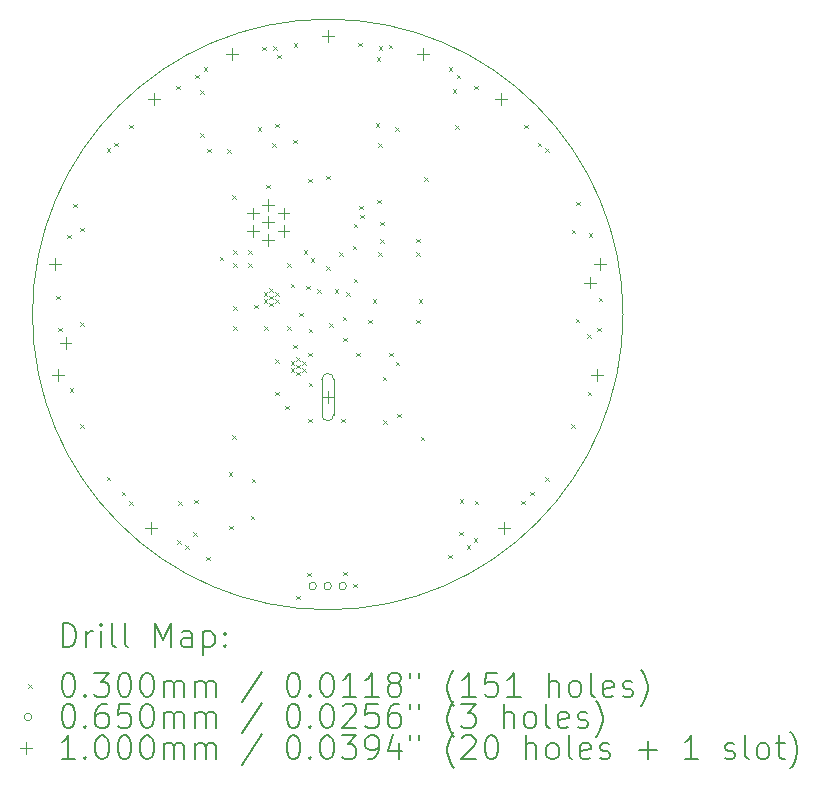
<source format=gbr>
%TF.GenerationSoftware,KiCad,Pcbnew,8.0.8*%
%TF.CreationDate,2025-02-15T12:27:47-06:00*%
%TF.ProjectId,reverse,72657665-7273-4652-9e6b-696361645f70,rev?*%
%TF.SameCoordinates,Original*%
%TF.FileFunction,Drillmap*%
%TF.FilePolarity,Positive*%
%FSLAX45Y45*%
G04 Gerber Fmt 4.5, Leading zero omitted, Abs format (unit mm)*
G04 Created by KiCad (PCBNEW 8.0.8) date 2025-02-15 12:27:47*
%MOMM*%
%LPD*%
G01*
G04 APERTURE LIST*
%ADD10C,0.100000*%
%ADD11C,0.200000*%
G04 APERTURE END LIST*
D10*
X7500000Y-10000000D02*
G75*
G02*
X2500000Y-10000000I-2500000J0D01*
G01*
X2500000Y-10000000D02*
G75*
G02*
X7500000Y-10000000I2500000J0D01*
G01*
D11*
D10*
X2702800Y-9840200D02*
X2732800Y-9870200D01*
X2732800Y-9840200D02*
X2702800Y-9870200D01*
X2717261Y-10111283D02*
X2747261Y-10141283D01*
X2747261Y-10111283D02*
X2717261Y-10141283D01*
X2793202Y-9323466D02*
X2823202Y-9353466D01*
X2823202Y-9323466D02*
X2793202Y-9353466D01*
X2815000Y-10623508D02*
X2845000Y-10653508D01*
X2845000Y-10623508D02*
X2815000Y-10653508D01*
X2845608Y-9062612D02*
X2875608Y-9092612D01*
X2875608Y-9062612D02*
X2845608Y-9092612D01*
X2903821Y-10930435D02*
X2933821Y-10960435D01*
X2933821Y-10930435D02*
X2903821Y-10960435D01*
X2905000Y-9267526D02*
X2935000Y-9297526D01*
X2935000Y-9267526D02*
X2905000Y-9297526D01*
X2905000Y-10068015D02*
X2935000Y-10098015D01*
X2935000Y-10068015D02*
X2905000Y-10098015D01*
X3128610Y-11375604D02*
X3158610Y-11405604D01*
X3158610Y-11375604D02*
X3128610Y-11405604D01*
X3128610Y-8594396D02*
X3158610Y-8624396D01*
X3158610Y-8594396D02*
X3128610Y-8624396D01*
X3191922Y-8544800D02*
X3221922Y-8574800D01*
X3221922Y-8544800D02*
X3191922Y-8574800D01*
X3254273Y-11500565D02*
X3284273Y-11530565D01*
X3284273Y-11500565D02*
X3254273Y-11530565D01*
X3319896Y-8395000D02*
X3349896Y-8425000D01*
X3349896Y-8395000D02*
X3319896Y-8425000D01*
X3320538Y-11581504D02*
X3350538Y-11611504D01*
X3350538Y-11581504D02*
X3320538Y-11611504D01*
X3718800Y-8062200D02*
X3748800Y-8092200D01*
X3748800Y-8062200D02*
X3718800Y-8092200D01*
X3724603Y-11911109D02*
X3754603Y-11941109D01*
X3754603Y-11911109D02*
X3724603Y-11941109D01*
X3732998Y-11581504D02*
X3762998Y-11611504D01*
X3762998Y-11581504D02*
X3732998Y-11611504D01*
X3792998Y-11952608D02*
X3822998Y-11982608D01*
X3822998Y-11952608D02*
X3792998Y-11982608D01*
X3859759Y-11842041D02*
X3889759Y-11872041D01*
X3889759Y-11842041D02*
X3859759Y-11872041D01*
X3871200Y-11567400D02*
X3901200Y-11597400D01*
X3901200Y-11567400D02*
X3871200Y-11597400D01*
X3877002Y-7968891D02*
X3907002Y-7998891D01*
X3907002Y-7968891D02*
X3877002Y-7998891D01*
X3921209Y-8101000D02*
X3951209Y-8131000D01*
X3951209Y-8101000D02*
X3921209Y-8131000D01*
X3922000Y-8464400D02*
X3952000Y-8494400D01*
X3952000Y-8464400D02*
X3922000Y-8494400D01*
X3948855Y-7908891D02*
X3978855Y-7938891D01*
X3978855Y-7908891D02*
X3948855Y-7938891D01*
X3972800Y-12050000D02*
X4002800Y-12080000D01*
X4002800Y-12050000D02*
X3972800Y-12080000D01*
X3977511Y-8597651D02*
X4007511Y-8627651D01*
X4007511Y-8597651D02*
X3977511Y-8627651D01*
X4085000Y-9510000D02*
X4115000Y-9540000D01*
X4115000Y-9510000D02*
X4085000Y-9540000D01*
X4150983Y-8602651D02*
X4180983Y-8632651D01*
X4180983Y-8602651D02*
X4150983Y-8632651D01*
X4161219Y-11334358D02*
X4191219Y-11364358D01*
X4191219Y-11334358D02*
X4161219Y-11364358D01*
X4167229Y-11787685D02*
X4197229Y-11817685D01*
X4197229Y-11787685D02*
X4167229Y-11817685D01*
X4190479Y-11023079D02*
X4220479Y-11053079D01*
X4220479Y-11023079D02*
X4190479Y-11053079D01*
X4193273Y-8992091D02*
X4223274Y-9022091D01*
X4223274Y-8992091D02*
X4193273Y-9022091D01*
X4200000Y-9455000D02*
X4230000Y-9485000D01*
X4230000Y-9455000D02*
X4200000Y-9485000D01*
X4200000Y-9565000D02*
X4230000Y-9595000D01*
X4230000Y-9565000D02*
X4200000Y-9595000D01*
X4200000Y-9930000D02*
X4230000Y-9960000D01*
X4230000Y-9930000D02*
X4200000Y-9960000D01*
X4200000Y-10102000D02*
X4230000Y-10132000D01*
X4230000Y-10102000D02*
X4200000Y-10132000D01*
X4328400Y-9455000D02*
X4358400Y-9485000D01*
X4358400Y-9455000D02*
X4328400Y-9485000D01*
X4328400Y-9565000D02*
X4358400Y-9595000D01*
X4358400Y-9565000D02*
X4328400Y-9595000D01*
X4347200Y-11703425D02*
X4377200Y-11733425D01*
X4377200Y-11703425D02*
X4347200Y-11733425D01*
X4356224Y-11392024D02*
X4386224Y-11422024D01*
X4386224Y-11392024D02*
X4356224Y-11422024D01*
X4378269Y-9917331D02*
X4408269Y-9947331D01*
X4408269Y-9917331D02*
X4378269Y-9947331D01*
X4405391Y-8413600D02*
X4435391Y-8443600D01*
X4435391Y-8413600D02*
X4405391Y-8443600D01*
X4446689Y-7734668D02*
X4476689Y-7764668D01*
X4476689Y-7734668D02*
X4446689Y-7764668D01*
X4456200Y-9810200D02*
X4486200Y-9840200D01*
X4486200Y-9810200D02*
X4456200Y-9840200D01*
X4456200Y-9870200D02*
X4486200Y-9900200D01*
X4486200Y-9870200D02*
X4456200Y-9900200D01*
X4462000Y-10102000D02*
X4492000Y-10132000D01*
X4492000Y-10102000D02*
X4462000Y-10132000D01*
X4480800Y-8900400D02*
X4510800Y-8930400D01*
X4510800Y-8900400D02*
X4480800Y-8930400D01*
X4506200Y-9780200D02*
X4536200Y-9810200D01*
X4536200Y-9780200D02*
X4506200Y-9810200D01*
X4506200Y-9840200D02*
X4536200Y-9870200D01*
X4536200Y-9840200D02*
X4506200Y-9870200D01*
X4506200Y-9900200D02*
X4536200Y-9930200D01*
X4536200Y-9900200D02*
X4506200Y-9930200D01*
X4529721Y-8549499D02*
X4559721Y-8579499D01*
X4559721Y-8549499D02*
X4529721Y-8579499D01*
X4537846Y-7728364D02*
X4567846Y-7758364D01*
X4567846Y-7728364D02*
X4537846Y-7758364D01*
X4553325Y-10377275D02*
X4583325Y-10407275D01*
X4583325Y-10377275D02*
X4553325Y-10407275D01*
X4555193Y-8387098D02*
X4585193Y-8417098D01*
X4585193Y-8387098D02*
X4555193Y-8417098D01*
X4556200Y-9810200D02*
X4586200Y-9840200D01*
X4586200Y-9810200D02*
X4556200Y-9840200D01*
X4556200Y-9870200D02*
X4586200Y-9900200D01*
X4586200Y-9870200D02*
X4556200Y-9900200D01*
X4557000Y-10653000D02*
X4587000Y-10683000D01*
X4587000Y-10653000D02*
X4557000Y-10683000D01*
X4574016Y-7801398D02*
X4604016Y-7831398D01*
X4604016Y-7801398D02*
X4574016Y-7831398D01*
X4639800Y-10774982D02*
X4669800Y-10804982D01*
X4669800Y-10774982D02*
X4639800Y-10804982D01*
X4658600Y-9565000D02*
X4688600Y-9595000D01*
X4688600Y-9565000D02*
X4658600Y-9595000D01*
X4658600Y-10102000D02*
X4688600Y-10132000D01*
X4688600Y-10102000D02*
X4658600Y-10132000D01*
X4684800Y-10394400D02*
X4714800Y-10424400D01*
X4714800Y-10394400D02*
X4684800Y-10424400D01*
X4684800Y-10454400D02*
X4714800Y-10484400D01*
X4714800Y-10454400D02*
X4684800Y-10484400D01*
X4685704Y-9742000D02*
X4715704Y-9772000D01*
X4715704Y-9742000D02*
X4685704Y-9772000D01*
X4709400Y-8519400D02*
X4739400Y-8549400D01*
X4739400Y-8519400D02*
X4709400Y-8549400D01*
X4709906Y-10258084D02*
X4739906Y-10288084D01*
X4739906Y-10258084D02*
X4709906Y-10288084D01*
X4713016Y-7705379D02*
X4743016Y-7735379D01*
X4743016Y-7705379D02*
X4713016Y-7735379D01*
X4734800Y-10364400D02*
X4764800Y-10394400D01*
X4764800Y-10364400D02*
X4734800Y-10394400D01*
X4734800Y-10424400D02*
X4764800Y-10454400D01*
X4764800Y-10424400D02*
X4734800Y-10454400D01*
X4734800Y-10484400D02*
X4764800Y-10514400D01*
X4764800Y-10484400D02*
X4734800Y-10514400D01*
X4734800Y-12380200D02*
X4764800Y-12410200D01*
X4764800Y-12380200D02*
X4734800Y-12410200D01*
X4757458Y-9984258D02*
X4787458Y-10014258D01*
X4787458Y-9984258D02*
X4757458Y-10014258D01*
X4784800Y-10394400D02*
X4814800Y-10424400D01*
X4814800Y-10394400D02*
X4784800Y-10424400D01*
X4784800Y-10454400D02*
X4814800Y-10484400D01*
X4814800Y-10454400D02*
X4784800Y-10484400D01*
X4795704Y-9455225D02*
X4825704Y-9485225D01*
X4825704Y-9455225D02*
X4795704Y-9485225D01*
X4815643Y-9757065D02*
X4845643Y-9787065D01*
X4845643Y-9757065D02*
X4815643Y-9787065D01*
X4827375Y-12186025D02*
X4857375Y-12216025D01*
X4857375Y-12186025D02*
X4827375Y-12216025D01*
X4836400Y-8849600D02*
X4866400Y-8879600D01*
X4866400Y-8849600D02*
X4836400Y-8879600D01*
X4836400Y-10322800D02*
X4866400Y-10352800D01*
X4866400Y-10322800D02*
X4836400Y-10352800D01*
X4836400Y-10881600D02*
X4866400Y-10911600D01*
X4866400Y-10881600D02*
X4836400Y-10911600D01*
X4837191Y-10577591D02*
X4867191Y-10607591D01*
X4867191Y-10577591D02*
X4837191Y-10607591D01*
X4838860Y-10122060D02*
X4868860Y-10152060D01*
X4868860Y-10122060D02*
X4838860Y-10152060D01*
X4857600Y-9523250D02*
X4887600Y-9553250D01*
X4887600Y-9523250D02*
X4857600Y-9553250D01*
X4910000Y-9785000D02*
X4940000Y-9815000D01*
X4940000Y-9785000D02*
X4910000Y-9815000D01*
X4986978Y-9592103D02*
X5016978Y-9622103D01*
X5016978Y-9592103D02*
X4986978Y-9622103D01*
X4988800Y-8824200D02*
X5018800Y-8854200D01*
X5018800Y-8824200D02*
X4988800Y-8854200D01*
X5014200Y-10073000D02*
X5044200Y-10103000D01*
X5044200Y-10073000D02*
X5014200Y-10103000D01*
X5060000Y-9785000D02*
X5090000Y-9815000D01*
X5090000Y-9785000D02*
X5060000Y-9815000D01*
X5096789Y-9473941D02*
X5126789Y-9503941D01*
X5126789Y-9473941D02*
X5096789Y-9503941D01*
X5115800Y-10881600D02*
X5145800Y-10911600D01*
X5145800Y-10881600D02*
X5115800Y-10911600D01*
X5125000Y-10018000D02*
X5155000Y-10048000D01*
X5155000Y-10018000D02*
X5125000Y-10048000D01*
X5130000Y-10195800D02*
X5160000Y-10225800D01*
X5160000Y-10195800D02*
X5130000Y-10225800D01*
X5130000Y-12177000D02*
X5160000Y-12207000D01*
X5160000Y-12177000D02*
X5130000Y-12207000D01*
X5154357Y-9812935D02*
X5184357Y-9842935D01*
X5184357Y-9812935D02*
X5154357Y-9842935D01*
X5211789Y-9416789D02*
X5241789Y-9446789D01*
X5241789Y-9416789D02*
X5211789Y-9446789D01*
X5217400Y-12278600D02*
X5247400Y-12308600D01*
X5247400Y-12278600D02*
X5217400Y-12308600D01*
X5218391Y-9230600D02*
X5248391Y-9260600D01*
X5248391Y-9230600D02*
X5218391Y-9260600D01*
X5220677Y-9697480D02*
X5250677Y-9727480D01*
X5250677Y-9697480D02*
X5220677Y-9727480D01*
X5242800Y-10322800D02*
X5272800Y-10352800D01*
X5272800Y-10322800D02*
X5242800Y-10352800D01*
X5257737Y-7701107D02*
X5287737Y-7731107D01*
X5287737Y-7701107D02*
X5257737Y-7731107D01*
X5268200Y-9078200D02*
X5298200Y-9108200D01*
X5298200Y-9078200D02*
X5268200Y-9108200D01*
X5273391Y-9154400D02*
X5303391Y-9184400D01*
X5303391Y-9154400D02*
X5273391Y-9184400D01*
X5344400Y-10043400D02*
X5374400Y-10073400D01*
X5374400Y-10043400D02*
X5344400Y-10073400D01*
X5382428Y-9872200D02*
X5412428Y-9902200D01*
X5412428Y-9872200D02*
X5382428Y-9902200D01*
X5407655Y-8379945D02*
X5437655Y-8409946D01*
X5437655Y-8379945D02*
X5407655Y-8409946D01*
X5414960Y-7823340D02*
X5444960Y-7853340D01*
X5444960Y-7823340D02*
X5414960Y-7853340D01*
X5420600Y-9027400D02*
X5450600Y-9057400D01*
X5450600Y-9027400D02*
X5420600Y-9057400D01*
X5427919Y-9471789D02*
X5457919Y-9501789D01*
X5457919Y-9471789D02*
X5427919Y-9501789D01*
X5429655Y-8551560D02*
X5459655Y-8581560D01*
X5459655Y-8551560D02*
X5429655Y-8581560D01*
X5432154Y-7728364D02*
X5462154Y-7758364D01*
X5462154Y-7728364D02*
X5432154Y-7758364D01*
X5444022Y-9215831D02*
X5474022Y-9245831D01*
X5474022Y-9215831D02*
X5444022Y-9245831D01*
X5446000Y-9361789D02*
X5476000Y-9391789D01*
X5476000Y-9361789D02*
X5446000Y-9391789D01*
X5467200Y-10526000D02*
X5497200Y-10556000D01*
X5497200Y-10526000D02*
X5467200Y-10556000D01*
X5468883Y-10896658D02*
X5498883Y-10926658D01*
X5498883Y-10896658D02*
X5468883Y-10926658D01*
X5514405Y-7717273D02*
X5544405Y-7747273D01*
X5544405Y-7717273D02*
X5514405Y-7747273D01*
X5522200Y-10322800D02*
X5552200Y-10352800D01*
X5552200Y-10322800D02*
X5522200Y-10352800D01*
X5573000Y-8413600D02*
X5603000Y-8443600D01*
X5603000Y-8413600D02*
X5573000Y-8443600D01*
X5577200Y-10399000D02*
X5607200Y-10429000D01*
X5607200Y-10399000D02*
X5577200Y-10429000D01*
X5589285Y-10839915D02*
X5619285Y-10869915D01*
X5619285Y-10839915D02*
X5589285Y-10869915D01*
X5750800Y-9357600D02*
X5780800Y-9387600D01*
X5780800Y-9357600D02*
X5750800Y-9387600D01*
X5750800Y-9471789D02*
X5780800Y-9501789D01*
X5780800Y-9471789D02*
X5750800Y-9501789D01*
X5750800Y-10043400D02*
X5780800Y-10073400D01*
X5780800Y-10043400D02*
X5750800Y-10073400D01*
X5770000Y-9872200D02*
X5800000Y-9902200D01*
X5800000Y-9872200D02*
X5770000Y-9902200D01*
X5788226Y-11037249D02*
X5818226Y-11067249D01*
X5818226Y-11037249D02*
X5788226Y-11067249D01*
X5815091Y-8837691D02*
X5845091Y-8867691D01*
X5845091Y-8837691D02*
X5815091Y-8867691D01*
X6019907Y-12033512D02*
X6049907Y-12063512D01*
X6049907Y-12033512D02*
X6019907Y-12063512D01*
X6024080Y-7908891D02*
X6054080Y-7938891D01*
X6054080Y-7908891D02*
X6024080Y-7938891D01*
X6056391Y-8091800D02*
X6086391Y-8121800D01*
X6086391Y-8091800D02*
X6056391Y-8121800D01*
X6081000Y-8400000D02*
X6111000Y-8430000D01*
X6111000Y-8400000D02*
X6081000Y-8430000D01*
X6092998Y-7968891D02*
X6122998Y-7998891D01*
X6122998Y-7968891D02*
X6092998Y-7998891D01*
X6111242Y-11841040D02*
X6141242Y-11871040D01*
X6141242Y-11841040D02*
X6111242Y-11871040D01*
X6117002Y-11562998D02*
X6147002Y-11592998D01*
X6147002Y-11562998D02*
X6117002Y-11592998D01*
X6177002Y-11952608D02*
X6207002Y-11982608D01*
X6207002Y-11952608D02*
X6177002Y-11982608D01*
X6237002Y-11896154D02*
X6267002Y-11926154D01*
X6267002Y-11896154D02*
X6237002Y-11926154D01*
X6241260Y-8065094D02*
X6271260Y-8095094D01*
X6271260Y-8065094D02*
X6241260Y-8095094D01*
X6242600Y-11576600D02*
X6272600Y-11606600D01*
X6272600Y-11576600D02*
X6242600Y-11606600D01*
X6640403Y-11576600D02*
X6670403Y-11606600D01*
X6670403Y-11576600D02*
X6640403Y-11606600D01*
X6665200Y-8395000D02*
X6695200Y-8425000D01*
X6695200Y-8395000D02*
X6665200Y-8425000D01*
X6714636Y-11499474D02*
X6744636Y-11529474D01*
X6744636Y-11499474D02*
X6714636Y-11529474D01*
X6778077Y-8545000D02*
X6808077Y-8575000D01*
X6808077Y-8545000D02*
X6778077Y-8575000D01*
X6841389Y-8594396D02*
X6871389Y-8624396D01*
X6871389Y-8594396D02*
X6841389Y-8624396D01*
X6843138Y-11377071D02*
X6873138Y-11407071D01*
X6873138Y-11377071D02*
X6843138Y-11407071D01*
X7063550Y-10928397D02*
X7093550Y-10958397D01*
X7093550Y-10928397D02*
X7063550Y-10958397D01*
X7065000Y-9281400D02*
X7095000Y-9311400D01*
X7095000Y-9281400D02*
X7065000Y-9311400D01*
X7098991Y-10036738D02*
X7128991Y-10066738D01*
X7128991Y-10036738D02*
X7098991Y-10066738D01*
X7105790Y-9044010D02*
X7135790Y-9074010D01*
X7135790Y-9044010D02*
X7105790Y-9074010D01*
X7197000Y-10167361D02*
X7227000Y-10197361D01*
X7227000Y-10167361D02*
X7197000Y-10197361D01*
X7200415Y-10655130D02*
X7230415Y-10685130D01*
X7230415Y-10655130D02*
X7200415Y-10685130D01*
X7209309Y-9311599D02*
X7239309Y-9341599D01*
X7239309Y-9311599D02*
X7209309Y-9341599D01*
X7279444Y-10113000D02*
X7309444Y-10143000D01*
X7309444Y-10113000D02*
X7279444Y-10143000D01*
X7294249Y-9857000D02*
X7324249Y-9887000D01*
X7324249Y-9857000D02*
X7294249Y-9887000D01*
X4905000Y-12300000D02*
G75*
G02*
X4840000Y-12300000I-32500J0D01*
G01*
X4840000Y-12300000D02*
G75*
G02*
X4905000Y-12300000I32500J0D01*
G01*
X5032000Y-12300000D02*
G75*
G02*
X4967000Y-12300000I-32500J0D01*
G01*
X4967000Y-12300000D02*
G75*
G02*
X5032000Y-12300000I32500J0D01*
G01*
X5159000Y-12300000D02*
G75*
G02*
X5094000Y-12300000I-32500J0D01*
G01*
X5094000Y-12300000D02*
G75*
G02*
X5159000Y-12300000I32500J0D01*
G01*
X2692400Y-9525800D02*
X2692400Y-9625800D01*
X2642400Y-9575800D02*
X2742400Y-9575800D01*
X2717800Y-10465600D02*
X2717800Y-10565600D01*
X2667800Y-10515600D02*
X2767800Y-10515600D01*
X2780000Y-10190000D02*
X2780000Y-10290000D01*
X2730000Y-10240000D02*
X2830000Y-10240000D01*
X3505200Y-11761000D02*
X3505200Y-11861000D01*
X3455200Y-11811000D02*
X3555200Y-11811000D01*
X3530600Y-8128800D02*
X3530600Y-8228800D01*
X3480600Y-8178800D02*
X3580600Y-8178800D01*
X4191000Y-7747800D02*
X4191000Y-7847800D01*
X4141000Y-7797800D02*
X4241000Y-7797800D01*
X4365896Y-9095200D02*
X4365896Y-9195200D01*
X4315896Y-9145200D02*
X4415896Y-9145200D01*
X4365896Y-9245200D02*
X4365896Y-9345200D01*
X4315896Y-9295200D02*
X4415896Y-9295200D01*
X4495800Y-9020200D02*
X4495800Y-9120200D01*
X4445800Y-9070200D02*
X4545800Y-9070200D01*
X4495800Y-9170200D02*
X4495800Y-9270200D01*
X4445800Y-9220200D02*
X4545800Y-9220200D01*
X4495800Y-9320200D02*
X4495800Y-9420200D01*
X4445800Y-9370200D02*
X4545800Y-9370200D01*
X4625704Y-9095200D02*
X4625704Y-9195200D01*
X4575704Y-9145200D02*
X4675704Y-9145200D01*
X4625704Y-9245200D02*
X4625704Y-9345200D01*
X4575704Y-9295200D02*
X4675704Y-9295200D01*
X5000000Y-10650000D02*
X5000000Y-10750000D01*
X4950000Y-10700000D02*
X5050000Y-10700000D01*
X4950000Y-10550000D02*
X4950000Y-10850000D01*
X5050000Y-10850000D02*
G75*
G02*
X4950000Y-10850000I-50000J0D01*
G01*
X5050000Y-10850000D02*
X5050000Y-10550000D01*
X5050000Y-10550000D02*
G75*
G03*
X4950000Y-10550000I-50000J0D01*
G01*
X5003800Y-7595400D02*
X5003800Y-7695400D01*
X4953800Y-7645400D02*
X5053800Y-7645400D01*
X5809000Y-7747800D02*
X5809000Y-7847800D01*
X5759000Y-7797800D02*
X5859000Y-7797800D01*
X6469400Y-8128800D02*
X6469400Y-8228800D01*
X6419400Y-8178800D02*
X6519400Y-8178800D01*
X6494800Y-11761000D02*
X6494800Y-11861000D01*
X6444800Y-11811000D02*
X6544800Y-11811000D01*
X7220000Y-9680000D02*
X7220000Y-9780000D01*
X7170000Y-9730000D02*
X7270000Y-9730000D01*
X7282200Y-10465600D02*
X7282200Y-10565600D01*
X7232200Y-10515600D02*
X7332200Y-10515600D01*
X7307600Y-9525800D02*
X7307600Y-9625800D01*
X7257600Y-9575800D02*
X7357600Y-9575800D01*
D11*
X2755777Y-12816484D02*
X2755777Y-12616484D01*
X2755777Y-12616484D02*
X2803396Y-12616484D01*
X2803396Y-12616484D02*
X2831967Y-12626008D01*
X2831967Y-12626008D02*
X2851015Y-12645055D01*
X2851015Y-12645055D02*
X2860539Y-12664103D01*
X2860539Y-12664103D02*
X2870062Y-12702198D01*
X2870062Y-12702198D02*
X2870062Y-12730769D01*
X2870062Y-12730769D02*
X2860539Y-12768865D01*
X2860539Y-12768865D02*
X2851015Y-12787912D01*
X2851015Y-12787912D02*
X2831967Y-12806960D01*
X2831967Y-12806960D02*
X2803396Y-12816484D01*
X2803396Y-12816484D02*
X2755777Y-12816484D01*
X2955777Y-12816484D02*
X2955777Y-12683150D01*
X2955777Y-12721246D02*
X2965301Y-12702198D01*
X2965301Y-12702198D02*
X2974824Y-12692674D01*
X2974824Y-12692674D02*
X2993872Y-12683150D01*
X2993872Y-12683150D02*
X3012920Y-12683150D01*
X3079586Y-12816484D02*
X3079586Y-12683150D01*
X3079586Y-12616484D02*
X3070062Y-12626008D01*
X3070062Y-12626008D02*
X3079586Y-12635531D01*
X3079586Y-12635531D02*
X3089110Y-12626008D01*
X3089110Y-12626008D02*
X3079586Y-12616484D01*
X3079586Y-12616484D02*
X3079586Y-12635531D01*
X3203396Y-12816484D02*
X3184348Y-12806960D01*
X3184348Y-12806960D02*
X3174824Y-12787912D01*
X3174824Y-12787912D02*
X3174824Y-12616484D01*
X3308158Y-12816484D02*
X3289110Y-12806960D01*
X3289110Y-12806960D02*
X3279586Y-12787912D01*
X3279586Y-12787912D02*
X3279586Y-12616484D01*
X3536729Y-12816484D02*
X3536729Y-12616484D01*
X3536729Y-12616484D02*
X3603396Y-12759341D01*
X3603396Y-12759341D02*
X3670062Y-12616484D01*
X3670062Y-12616484D02*
X3670062Y-12816484D01*
X3851015Y-12816484D02*
X3851015Y-12711722D01*
X3851015Y-12711722D02*
X3841491Y-12692674D01*
X3841491Y-12692674D02*
X3822443Y-12683150D01*
X3822443Y-12683150D02*
X3784348Y-12683150D01*
X3784348Y-12683150D02*
X3765301Y-12692674D01*
X3851015Y-12806960D02*
X3831967Y-12816484D01*
X3831967Y-12816484D02*
X3784348Y-12816484D01*
X3784348Y-12816484D02*
X3765301Y-12806960D01*
X3765301Y-12806960D02*
X3755777Y-12787912D01*
X3755777Y-12787912D02*
X3755777Y-12768865D01*
X3755777Y-12768865D02*
X3765301Y-12749817D01*
X3765301Y-12749817D02*
X3784348Y-12740293D01*
X3784348Y-12740293D02*
X3831967Y-12740293D01*
X3831967Y-12740293D02*
X3851015Y-12730769D01*
X3946253Y-12683150D02*
X3946253Y-12883150D01*
X3946253Y-12692674D02*
X3965301Y-12683150D01*
X3965301Y-12683150D02*
X4003396Y-12683150D01*
X4003396Y-12683150D02*
X4022443Y-12692674D01*
X4022443Y-12692674D02*
X4031967Y-12702198D01*
X4031967Y-12702198D02*
X4041491Y-12721246D01*
X4041491Y-12721246D02*
X4041491Y-12778388D01*
X4041491Y-12778388D02*
X4031967Y-12797436D01*
X4031967Y-12797436D02*
X4022443Y-12806960D01*
X4022443Y-12806960D02*
X4003396Y-12816484D01*
X4003396Y-12816484D02*
X3965301Y-12816484D01*
X3965301Y-12816484D02*
X3946253Y-12806960D01*
X4127205Y-12797436D02*
X4136729Y-12806960D01*
X4136729Y-12806960D02*
X4127205Y-12816484D01*
X4127205Y-12816484D02*
X4117682Y-12806960D01*
X4117682Y-12806960D02*
X4127205Y-12797436D01*
X4127205Y-12797436D02*
X4127205Y-12816484D01*
X4127205Y-12692674D02*
X4136729Y-12702198D01*
X4136729Y-12702198D02*
X4127205Y-12711722D01*
X4127205Y-12711722D02*
X4117682Y-12702198D01*
X4117682Y-12702198D02*
X4127205Y-12692674D01*
X4127205Y-12692674D02*
X4127205Y-12711722D01*
D10*
X2465000Y-13130000D02*
X2495000Y-13160000D01*
X2495000Y-13130000D02*
X2465000Y-13160000D01*
D11*
X2793872Y-13036484D02*
X2812920Y-13036484D01*
X2812920Y-13036484D02*
X2831967Y-13046008D01*
X2831967Y-13046008D02*
X2841491Y-13055531D01*
X2841491Y-13055531D02*
X2851015Y-13074579D01*
X2851015Y-13074579D02*
X2860539Y-13112674D01*
X2860539Y-13112674D02*
X2860539Y-13160293D01*
X2860539Y-13160293D02*
X2851015Y-13198388D01*
X2851015Y-13198388D02*
X2841491Y-13217436D01*
X2841491Y-13217436D02*
X2831967Y-13226960D01*
X2831967Y-13226960D02*
X2812920Y-13236484D01*
X2812920Y-13236484D02*
X2793872Y-13236484D01*
X2793872Y-13236484D02*
X2774824Y-13226960D01*
X2774824Y-13226960D02*
X2765301Y-13217436D01*
X2765301Y-13217436D02*
X2755777Y-13198388D01*
X2755777Y-13198388D02*
X2746253Y-13160293D01*
X2746253Y-13160293D02*
X2746253Y-13112674D01*
X2746253Y-13112674D02*
X2755777Y-13074579D01*
X2755777Y-13074579D02*
X2765301Y-13055531D01*
X2765301Y-13055531D02*
X2774824Y-13046008D01*
X2774824Y-13046008D02*
X2793872Y-13036484D01*
X2946253Y-13217436D02*
X2955777Y-13226960D01*
X2955777Y-13226960D02*
X2946253Y-13236484D01*
X2946253Y-13236484D02*
X2936729Y-13226960D01*
X2936729Y-13226960D02*
X2946253Y-13217436D01*
X2946253Y-13217436D02*
X2946253Y-13236484D01*
X3022443Y-13036484D02*
X3146253Y-13036484D01*
X3146253Y-13036484D02*
X3079586Y-13112674D01*
X3079586Y-13112674D02*
X3108158Y-13112674D01*
X3108158Y-13112674D02*
X3127205Y-13122198D01*
X3127205Y-13122198D02*
X3136729Y-13131722D01*
X3136729Y-13131722D02*
X3146253Y-13150769D01*
X3146253Y-13150769D02*
X3146253Y-13198388D01*
X3146253Y-13198388D02*
X3136729Y-13217436D01*
X3136729Y-13217436D02*
X3127205Y-13226960D01*
X3127205Y-13226960D02*
X3108158Y-13236484D01*
X3108158Y-13236484D02*
X3051015Y-13236484D01*
X3051015Y-13236484D02*
X3031967Y-13226960D01*
X3031967Y-13226960D02*
X3022443Y-13217436D01*
X3270062Y-13036484D02*
X3289110Y-13036484D01*
X3289110Y-13036484D02*
X3308158Y-13046008D01*
X3308158Y-13046008D02*
X3317682Y-13055531D01*
X3317682Y-13055531D02*
X3327205Y-13074579D01*
X3327205Y-13074579D02*
X3336729Y-13112674D01*
X3336729Y-13112674D02*
X3336729Y-13160293D01*
X3336729Y-13160293D02*
X3327205Y-13198388D01*
X3327205Y-13198388D02*
X3317682Y-13217436D01*
X3317682Y-13217436D02*
X3308158Y-13226960D01*
X3308158Y-13226960D02*
X3289110Y-13236484D01*
X3289110Y-13236484D02*
X3270062Y-13236484D01*
X3270062Y-13236484D02*
X3251015Y-13226960D01*
X3251015Y-13226960D02*
X3241491Y-13217436D01*
X3241491Y-13217436D02*
X3231967Y-13198388D01*
X3231967Y-13198388D02*
X3222443Y-13160293D01*
X3222443Y-13160293D02*
X3222443Y-13112674D01*
X3222443Y-13112674D02*
X3231967Y-13074579D01*
X3231967Y-13074579D02*
X3241491Y-13055531D01*
X3241491Y-13055531D02*
X3251015Y-13046008D01*
X3251015Y-13046008D02*
X3270062Y-13036484D01*
X3460539Y-13036484D02*
X3479586Y-13036484D01*
X3479586Y-13036484D02*
X3498634Y-13046008D01*
X3498634Y-13046008D02*
X3508158Y-13055531D01*
X3508158Y-13055531D02*
X3517682Y-13074579D01*
X3517682Y-13074579D02*
X3527205Y-13112674D01*
X3527205Y-13112674D02*
X3527205Y-13160293D01*
X3527205Y-13160293D02*
X3517682Y-13198388D01*
X3517682Y-13198388D02*
X3508158Y-13217436D01*
X3508158Y-13217436D02*
X3498634Y-13226960D01*
X3498634Y-13226960D02*
X3479586Y-13236484D01*
X3479586Y-13236484D02*
X3460539Y-13236484D01*
X3460539Y-13236484D02*
X3441491Y-13226960D01*
X3441491Y-13226960D02*
X3431967Y-13217436D01*
X3431967Y-13217436D02*
X3422443Y-13198388D01*
X3422443Y-13198388D02*
X3412920Y-13160293D01*
X3412920Y-13160293D02*
X3412920Y-13112674D01*
X3412920Y-13112674D02*
X3422443Y-13074579D01*
X3422443Y-13074579D02*
X3431967Y-13055531D01*
X3431967Y-13055531D02*
X3441491Y-13046008D01*
X3441491Y-13046008D02*
X3460539Y-13036484D01*
X3612920Y-13236484D02*
X3612920Y-13103150D01*
X3612920Y-13122198D02*
X3622443Y-13112674D01*
X3622443Y-13112674D02*
X3641491Y-13103150D01*
X3641491Y-13103150D02*
X3670063Y-13103150D01*
X3670063Y-13103150D02*
X3689110Y-13112674D01*
X3689110Y-13112674D02*
X3698634Y-13131722D01*
X3698634Y-13131722D02*
X3698634Y-13236484D01*
X3698634Y-13131722D02*
X3708158Y-13112674D01*
X3708158Y-13112674D02*
X3727205Y-13103150D01*
X3727205Y-13103150D02*
X3755777Y-13103150D01*
X3755777Y-13103150D02*
X3774824Y-13112674D01*
X3774824Y-13112674D02*
X3784348Y-13131722D01*
X3784348Y-13131722D02*
X3784348Y-13236484D01*
X3879586Y-13236484D02*
X3879586Y-13103150D01*
X3879586Y-13122198D02*
X3889110Y-13112674D01*
X3889110Y-13112674D02*
X3908158Y-13103150D01*
X3908158Y-13103150D02*
X3936729Y-13103150D01*
X3936729Y-13103150D02*
X3955777Y-13112674D01*
X3955777Y-13112674D02*
X3965301Y-13131722D01*
X3965301Y-13131722D02*
X3965301Y-13236484D01*
X3965301Y-13131722D02*
X3974824Y-13112674D01*
X3974824Y-13112674D02*
X3993872Y-13103150D01*
X3993872Y-13103150D02*
X4022443Y-13103150D01*
X4022443Y-13103150D02*
X4041491Y-13112674D01*
X4041491Y-13112674D02*
X4051015Y-13131722D01*
X4051015Y-13131722D02*
X4051015Y-13236484D01*
X4441491Y-13026960D02*
X4270063Y-13284103D01*
X4698634Y-13036484D02*
X4717682Y-13036484D01*
X4717682Y-13036484D02*
X4736729Y-13046008D01*
X4736729Y-13046008D02*
X4746253Y-13055531D01*
X4746253Y-13055531D02*
X4755777Y-13074579D01*
X4755777Y-13074579D02*
X4765301Y-13112674D01*
X4765301Y-13112674D02*
X4765301Y-13160293D01*
X4765301Y-13160293D02*
X4755777Y-13198388D01*
X4755777Y-13198388D02*
X4746253Y-13217436D01*
X4746253Y-13217436D02*
X4736729Y-13226960D01*
X4736729Y-13226960D02*
X4717682Y-13236484D01*
X4717682Y-13236484D02*
X4698634Y-13236484D01*
X4698634Y-13236484D02*
X4679587Y-13226960D01*
X4679587Y-13226960D02*
X4670063Y-13217436D01*
X4670063Y-13217436D02*
X4660539Y-13198388D01*
X4660539Y-13198388D02*
X4651015Y-13160293D01*
X4651015Y-13160293D02*
X4651015Y-13112674D01*
X4651015Y-13112674D02*
X4660539Y-13074579D01*
X4660539Y-13074579D02*
X4670063Y-13055531D01*
X4670063Y-13055531D02*
X4679587Y-13046008D01*
X4679587Y-13046008D02*
X4698634Y-13036484D01*
X4851015Y-13217436D02*
X4860539Y-13226960D01*
X4860539Y-13226960D02*
X4851015Y-13236484D01*
X4851015Y-13236484D02*
X4841491Y-13226960D01*
X4841491Y-13226960D02*
X4851015Y-13217436D01*
X4851015Y-13217436D02*
X4851015Y-13236484D01*
X4984348Y-13036484D02*
X5003396Y-13036484D01*
X5003396Y-13036484D02*
X5022444Y-13046008D01*
X5022444Y-13046008D02*
X5031968Y-13055531D01*
X5031968Y-13055531D02*
X5041491Y-13074579D01*
X5041491Y-13074579D02*
X5051015Y-13112674D01*
X5051015Y-13112674D02*
X5051015Y-13160293D01*
X5051015Y-13160293D02*
X5041491Y-13198388D01*
X5041491Y-13198388D02*
X5031968Y-13217436D01*
X5031968Y-13217436D02*
X5022444Y-13226960D01*
X5022444Y-13226960D02*
X5003396Y-13236484D01*
X5003396Y-13236484D02*
X4984348Y-13236484D01*
X4984348Y-13236484D02*
X4965301Y-13226960D01*
X4965301Y-13226960D02*
X4955777Y-13217436D01*
X4955777Y-13217436D02*
X4946253Y-13198388D01*
X4946253Y-13198388D02*
X4936729Y-13160293D01*
X4936729Y-13160293D02*
X4936729Y-13112674D01*
X4936729Y-13112674D02*
X4946253Y-13074579D01*
X4946253Y-13074579D02*
X4955777Y-13055531D01*
X4955777Y-13055531D02*
X4965301Y-13046008D01*
X4965301Y-13046008D02*
X4984348Y-13036484D01*
X5241491Y-13236484D02*
X5127206Y-13236484D01*
X5184348Y-13236484D02*
X5184348Y-13036484D01*
X5184348Y-13036484D02*
X5165301Y-13065055D01*
X5165301Y-13065055D02*
X5146253Y-13084103D01*
X5146253Y-13084103D02*
X5127206Y-13093627D01*
X5431968Y-13236484D02*
X5317682Y-13236484D01*
X5374825Y-13236484D02*
X5374825Y-13036484D01*
X5374825Y-13036484D02*
X5355777Y-13065055D01*
X5355777Y-13065055D02*
X5336729Y-13084103D01*
X5336729Y-13084103D02*
X5317682Y-13093627D01*
X5546253Y-13122198D02*
X5527206Y-13112674D01*
X5527206Y-13112674D02*
X5517682Y-13103150D01*
X5517682Y-13103150D02*
X5508158Y-13084103D01*
X5508158Y-13084103D02*
X5508158Y-13074579D01*
X5508158Y-13074579D02*
X5517682Y-13055531D01*
X5517682Y-13055531D02*
X5527206Y-13046008D01*
X5527206Y-13046008D02*
X5546253Y-13036484D01*
X5546253Y-13036484D02*
X5584349Y-13036484D01*
X5584349Y-13036484D02*
X5603396Y-13046008D01*
X5603396Y-13046008D02*
X5612920Y-13055531D01*
X5612920Y-13055531D02*
X5622444Y-13074579D01*
X5622444Y-13074579D02*
X5622444Y-13084103D01*
X5622444Y-13084103D02*
X5612920Y-13103150D01*
X5612920Y-13103150D02*
X5603396Y-13112674D01*
X5603396Y-13112674D02*
X5584349Y-13122198D01*
X5584349Y-13122198D02*
X5546253Y-13122198D01*
X5546253Y-13122198D02*
X5527206Y-13131722D01*
X5527206Y-13131722D02*
X5517682Y-13141246D01*
X5517682Y-13141246D02*
X5508158Y-13160293D01*
X5508158Y-13160293D02*
X5508158Y-13198388D01*
X5508158Y-13198388D02*
X5517682Y-13217436D01*
X5517682Y-13217436D02*
X5527206Y-13226960D01*
X5527206Y-13226960D02*
X5546253Y-13236484D01*
X5546253Y-13236484D02*
X5584349Y-13236484D01*
X5584349Y-13236484D02*
X5603396Y-13226960D01*
X5603396Y-13226960D02*
X5612920Y-13217436D01*
X5612920Y-13217436D02*
X5622444Y-13198388D01*
X5622444Y-13198388D02*
X5622444Y-13160293D01*
X5622444Y-13160293D02*
X5612920Y-13141246D01*
X5612920Y-13141246D02*
X5603396Y-13131722D01*
X5603396Y-13131722D02*
X5584349Y-13122198D01*
X5698634Y-13036484D02*
X5698634Y-13074579D01*
X5774825Y-13036484D02*
X5774825Y-13074579D01*
X6070063Y-13312674D02*
X6060539Y-13303150D01*
X6060539Y-13303150D02*
X6041491Y-13274579D01*
X6041491Y-13274579D02*
X6031968Y-13255531D01*
X6031968Y-13255531D02*
X6022444Y-13226960D01*
X6022444Y-13226960D02*
X6012920Y-13179341D01*
X6012920Y-13179341D02*
X6012920Y-13141246D01*
X6012920Y-13141246D02*
X6022444Y-13093627D01*
X6022444Y-13093627D02*
X6031968Y-13065055D01*
X6031968Y-13065055D02*
X6041491Y-13046008D01*
X6041491Y-13046008D02*
X6060539Y-13017436D01*
X6060539Y-13017436D02*
X6070063Y-13007912D01*
X6251015Y-13236484D02*
X6136729Y-13236484D01*
X6193872Y-13236484D02*
X6193872Y-13036484D01*
X6193872Y-13036484D02*
X6174825Y-13065055D01*
X6174825Y-13065055D02*
X6155777Y-13084103D01*
X6155777Y-13084103D02*
X6136729Y-13093627D01*
X6431968Y-13036484D02*
X6336729Y-13036484D01*
X6336729Y-13036484D02*
X6327206Y-13131722D01*
X6327206Y-13131722D02*
X6336729Y-13122198D01*
X6336729Y-13122198D02*
X6355777Y-13112674D01*
X6355777Y-13112674D02*
X6403396Y-13112674D01*
X6403396Y-13112674D02*
X6422444Y-13122198D01*
X6422444Y-13122198D02*
X6431968Y-13131722D01*
X6431968Y-13131722D02*
X6441491Y-13150769D01*
X6441491Y-13150769D02*
X6441491Y-13198388D01*
X6441491Y-13198388D02*
X6431968Y-13217436D01*
X6431968Y-13217436D02*
X6422444Y-13226960D01*
X6422444Y-13226960D02*
X6403396Y-13236484D01*
X6403396Y-13236484D02*
X6355777Y-13236484D01*
X6355777Y-13236484D02*
X6336729Y-13226960D01*
X6336729Y-13226960D02*
X6327206Y-13217436D01*
X6631968Y-13236484D02*
X6517682Y-13236484D01*
X6574825Y-13236484D02*
X6574825Y-13036484D01*
X6574825Y-13036484D02*
X6555777Y-13065055D01*
X6555777Y-13065055D02*
X6536729Y-13084103D01*
X6536729Y-13084103D02*
X6517682Y-13093627D01*
X6870063Y-13236484D02*
X6870063Y-13036484D01*
X6955777Y-13236484D02*
X6955777Y-13131722D01*
X6955777Y-13131722D02*
X6946253Y-13112674D01*
X6946253Y-13112674D02*
X6927206Y-13103150D01*
X6927206Y-13103150D02*
X6898634Y-13103150D01*
X6898634Y-13103150D02*
X6879587Y-13112674D01*
X6879587Y-13112674D02*
X6870063Y-13122198D01*
X7079587Y-13236484D02*
X7060539Y-13226960D01*
X7060539Y-13226960D02*
X7051015Y-13217436D01*
X7051015Y-13217436D02*
X7041491Y-13198388D01*
X7041491Y-13198388D02*
X7041491Y-13141246D01*
X7041491Y-13141246D02*
X7051015Y-13122198D01*
X7051015Y-13122198D02*
X7060539Y-13112674D01*
X7060539Y-13112674D02*
X7079587Y-13103150D01*
X7079587Y-13103150D02*
X7108158Y-13103150D01*
X7108158Y-13103150D02*
X7127206Y-13112674D01*
X7127206Y-13112674D02*
X7136730Y-13122198D01*
X7136730Y-13122198D02*
X7146253Y-13141246D01*
X7146253Y-13141246D02*
X7146253Y-13198388D01*
X7146253Y-13198388D02*
X7136730Y-13217436D01*
X7136730Y-13217436D02*
X7127206Y-13226960D01*
X7127206Y-13226960D02*
X7108158Y-13236484D01*
X7108158Y-13236484D02*
X7079587Y-13236484D01*
X7260539Y-13236484D02*
X7241491Y-13226960D01*
X7241491Y-13226960D02*
X7231968Y-13207912D01*
X7231968Y-13207912D02*
X7231968Y-13036484D01*
X7412920Y-13226960D02*
X7393872Y-13236484D01*
X7393872Y-13236484D02*
X7355777Y-13236484D01*
X7355777Y-13236484D02*
X7336730Y-13226960D01*
X7336730Y-13226960D02*
X7327206Y-13207912D01*
X7327206Y-13207912D02*
X7327206Y-13131722D01*
X7327206Y-13131722D02*
X7336730Y-13112674D01*
X7336730Y-13112674D02*
X7355777Y-13103150D01*
X7355777Y-13103150D02*
X7393872Y-13103150D01*
X7393872Y-13103150D02*
X7412920Y-13112674D01*
X7412920Y-13112674D02*
X7422444Y-13131722D01*
X7422444Y-13131722D02*
X7422444Y-13150769D01*
X7422444Y-13150769D02*
X7327206Y-13169817D01*
X7498634Y-13226960D02*
X7517682Y-13236484D01*
X7517682Y-13236484D02*
X7555777Y-13236484D01*
X7555777Y-13236484D02*
X7574825Y-13226960D01*
X7574825Y-13226960D02*
X7584349Y-13207912D01*
X7584349Y-13207912D02*
X7584349Y-13198388D01*
X7584349Y-13198388D02*
X7574825Y-13179341D01*
X7574825Y-13179341D02*
X7555777Y-13169817D01*
X7555777Y-13169817D02*
X7527206Y-13169817D01*
X7527206Y-13169817D02*
X7508158Y-13160293D01*
X7508158Y-13160293D02*
X7498634Y-13141246D01*
X7498634Y-13141246D02*
X7498634Y-13131722D01*
X7498634Y-13131722D02*
X7508158Y-13112674D01*
X7508158Y-13112674D02*
X7527206Y-13103150D01*
X7527206Y-13103150D02*
X7555777Y-13103150D01*
X7555777Y-13103150D02*
X7574825Y-13112674D01*
X7651015Y-13312674D02*
X7660539Y-13303150D01*
X7660539Y-13303150D02*
X7679587Y-13274579D01*
X7679587Y-13274579D02*
X7689111Y-13255531D01*
X7689111Y-13255531D02*
X7698634Y-13226960D01*
X7698634Y-13226960D02*
X7708158Y-13179341D01*
X7708158Y-13179341D02*
X7708158Y-13141246D01*
X7708158Y-13141246D02*
X7698634Y-13093627D01*
X7698634Y-13093627D02*
X7689111Y-13065055D01*
X7689111Y-13065055D02*
X7679587Y-13046008D01*
X7679587Y-13046008D02*
X7660539Y-13017436D01*
X7660539Y-13017436D02*
X7651015Y-13007912D01*
D10*
X2495000Y-13409000D02*
G75*
G02*
X2430000Y-13409000I-32500J0D01*
G01*
X2430000Y-13409000D02*
G75*
G02*
X2495000Y-13409000I32500J0D01*
G01*
D11*
X2793872Y-13300484D02*
X2812920Y-13300484D01*
X2812920Y-13300484D02*
X2831967Y-13310008D01*
X2831967Y-13310008D02*
X2841491Y-13319531D01*
X2841491Y-13319531D02*
X2851015Y-13338579D01*
X2851015Y-13338579D02*
X2860539Y-13376674D01*
X2860539Y-13376674D02*
X2860539Y-13424293D01*
X2860539Y-13424293D02*
X2851015Y-13462388D01*
X2851015Y-13462388D02*
X2841491Y-13481436D01*
X2841491Y-13481436D02*
X2831967Y-13490960D01*
X2831967Y-13490960D02*
X2812920Y-13500484D01*
X2812920Y-13500484D02*
X2793872Y-13500484D01*
X2793872Y-13500484D02*
X2774824Y-13490960D01*
X2774824Y-13490960D02*
X2765301Y-13481436D01*
X2765301Y-13481436D02*
X2755777Y-13462388D01*
X2755777Y-13462388D02*
X2746253Y-13424293D01*
X2746253Y-13424293D02*
X2746253Y-13376674D01*
X2746253Y-13376674D02*
X2755777Y-13338579D01*
X2755777Y-13338579D02*
X2765301Y-13319531D01*
X2765301Y-13319531D02*
X2774824Y-13310008D01*
X2774824Y-13310008D02*
X2793872Y-13300484D01*
X2946253Y-13481436D02*
X2955777Y-13490960D01*
X2955777Y-13490960D02*
X2946253Y-13500484D01*
X2946253Y-13500484D02*
X2936729Y-13490960D01*
X2936729Y-13490960D02*
X2946253Y-13481436D01*
X2946253Y-13481436D02*
X2946253Y-13500484D01*
X3127205Y-13300484D02*
X3089110Y-13300484D01*
X3089110Y-13300484D02*
X3070062Y-13310008D01*
X3070062Y-13310008D02*
X3060539Y-13319531D01*
X3060539Y-13319531D02*
X3041491Y-13348103D01*
X3041491Y-13348103D02*
X3031967Y-13386198D01*
X3031967Y-13386198D02*
X3031967Y-13462388D01*
X3031967Y-13462388D02*
X3041491Y-13481436D01*
X3041491Y-13481436D02*
X3051015Y-13490960D01*
X3051015Y-13490960D02*
X3070062Y-13500484D01*
X3070062Y-13500484D02*
X3108158Y-13500484D01*
X3108158Y-13500484D02*
X3127205Y-13490960D01*
X3127205Y-13490960D02*
X3136729Y-13481436D01*
X3136729Y-13481436D02*
X3146253Y-13462388D01*
X3146253Y-13462388D02*
X3146253Y-13414769D01*
X3146253Y-13414769D02*
X3136729Y-13395722D01*
X3136729Y-13395722D02*
X3127205Y-13386198D01*
X3127205Y-13386198D02*
X3108158Y-13376674D01*
X3108158Y-13376674D02*
X3070062Y-13376674D01*
X3070062Y-13376674D02*
X3051015Y-13386198D01*
X3051015Y-13386198D02*
X3041491Y-13395722D01*
X3041491Y-13395722D02*
X3031967Y-13414769D01*
X3327205Y-13300484D02*
X3231967Y-13300484D01*
X3231967Y-13300484D02*
X3222443Y-13395722D01*
X3222443Y-13395722D02*
X3231967Y-13386198D01*
X3231967Y-13386198D02*
X3251015Y-13376674D01*
X3251015Y-13376674D02*
X3298634Y-13376674D01*
X3298634Y-13376674D02*
X3317682Y-13386198D01*
X3317682Y-13386198D02*
X3327205Y-13395722D01*
X3327205Y-13395722D02*
X3336729Y-13414769D01*
X3336729Y-13414769D02*
X3336729Y-13462388D01*
X3336729Y-13462388D02*
X3327205Y-13481436D01*
X3327205Y-13481436D02*
X3317682Y-13490960D01*
X3317682Y-13490960D02*
X3298634Y-13500484D01*
X3298634Y-13500484D02*
X3251015Y-13500484D01*
X3251015Y-13500484D02*
X3231967Y-13490960D01*
X3231967Y-13490960D02*
X3222443Y-13481436D01*
X3460539Y-13300484D02*
X3479586Y-13300484D01*
X3479586Y-13300484D02*
X3498634Y-13310008D01*
X3498634Y-13310008D02*
X3508158Y-13319531D01*
X3508158Y-13319531D02*
X3517682Y-13338579D01*
X3517682Y-13338579D02*
X3527205Y-13376674D01*
X3527205Y-13376674D02*
X3527205Y-13424293D01*
X3527205Y-13424293D02*
X3517682Y-13462388D01*
X3517682Y-13462388D02*
X3508158Y-13481436D01*
X3508158Y-13481436D02*
X3498634Y-13490960D01*
X3498634Y-13490960D02*
X3479586Y-13500484D01*
X3479586Y-13500484D02*
X3460539Y-13500484D01*
X3460539Y-13500484D02*
X3441491Y-13490960D01*
X3441491Y-13490960D02*
X3431967Y-13481436D01*
X3431967Y-13481436D02*
X3422443Y-13462388D01*
X3422443Y-13462388D02*
X3412920Y-13424293D01*
X3412920Y-13424293D02*
X3412920Y-13376674D01*
X3412920Y-13376674D02*
X3422443Y-13338579D01*
X3422443Y-13338579D02*
X3431967Y-13319531D01*
X3431967Y-13319531D02*
X3441491Y-13310008D01*
X3441491Y-13310008D02*
X3460539Y-13300484D01*
X3612920Y-13500484D02*
X3612920Y-13367150D01*
X3612920Y-13386198D02*
X3622443Y-13376674D01*
X3622443Y-13376674D02*
X3641491Y-13367150D01*
X3641491Y-13367150D02*
X3670063Y-13367150D01*
X3670063Y-13367150D02*
X3689110Y-13376674D01*
X3689110Y-13376674D02*
X3698634Y-13395722D01*
X3698634Y-13395722D02*
X3698634Y-13500484D01*
X3698634Y-13395722D02*
X3708158Y-13376674D01*
X3708158Y-13376674D02*
X3727205Y-13367150D01*
X3727205Y-13367150D02*
X3755777Y-13367150D01*
X3755777Y-13367150D02*
X3774824Y-13376674D01*
X3774824Y-13376674D02*
X3784348Y-13395722D01*
X3784348Y-13395722D02*
X3784348Y-13500484D01*
X3879586Y-13500484D02*
X3879586Y-13367150D01*
X3879586Y-13386198D02*
X3889110Y-13376674D01*
X3889110Y-13376674D02*
X3908158Y-13367150D01*
X3908158Y-13367150D02*
X3936729Y-13367150D01*
X3936729Y-13367150D02*
X3955777Y-13376674D01*
X3955777Y-13376674D02*
X3965301Y-13395722D01*
X3965301Y-13395722D02*
X3965301Y-13500484D01*
X3965301Y-13395722D02*
X3974824Y-13376674D01*
X3974824Y-13376674D02*
X3993872Y-13367150D01*
X3993872Y-13367150D02*
X4022443Y-13367150D01*
X4022443Y-13367150D02*
X4041491Y-13376674D01*
X4041491Y-13376674D02*
X4051015Y-13395722D01*
X4051015Y-13395722D02*
X4051015Y-13500484D01*
X4441491Y-13290960D02*
X4270063Y-13548103D01*
X4698634Y-13300484D02*
X4717682Y-13300484D01*
X4717682Y-13300484D02*
X4736729Y-13310008D01*
X4736729Y-13310008D02*
X4746253Y-13319531D01*
X4746253Y-13319531D02*
X4755777Y-13338579D01*
X4755777Y-13338579D02*
X4765301Y-13376674D01*
X4765301Y-13376674D02*
X4765301Y-13424293D01*
X4765301Y-13424293D02*
X4755777Y-13462388D01*
X4755777Y-13462388D02*
X4746253Y-13481436D01*
X4746253Y-13481436D02*
X4736729Y-13490960D01*
X4736729Y-13490960D02*
X4717682Y-13500484D01*
X4717682Y-13500484D02*
X4698634Y-13500484D01*
X4698634Y-13500484D02*
X4679587Y-13490960D01*
X4679587Y-13490960D02*
X4670063Y-13481436D01*
X4670063Y-13481436D02*
X4660539Y-13462388D01*
X4660539Y-13462388D02*
X4651015Y-13424293D01*
X4651015Y-13424293D02*
X4651015Y-13376674D01*
X4651015Y-13376674D02*
X4660539Y-13338579D01*
X4660539Y-13338579D02*
X4670063Y-13319531D01*
X4670063Y-13319531D02*
X4679587Y-13310008D01*
X4679587Y-13310008D02*
X4698634Y-13300484D01*
X4851015Y-13481436D02*
X4860539Y-13490960D01*
X4860539Y-13490960D02*
X4851015Y-13500484D01*
X4851015Y-13500484D02*
X4841491Y-13490960D01*
X4841491Y-13490960D02*
X4851015Y-13481436D01*
X4851015Y-13481436D02*
X4851015Y-13500484D01*
X4984348Y-13300484D02*
X5003396Y-13300484D01*
X5003396Y-13300484D02*
X5022444Y-13310008D01*
X5022444Y-13310008D02*
X5031968Y-13319531D01*
X5031968Y-13319531D02*
X5041491Y-13338579D01*
X5041491Y-13338579D02*
X5051015Y-13376674D01*
X5051015Y-13376674D02*
X5051015Y-13424293D01*
X5051015Y-13424293D02*
X5041491Y-13462388D01*
X5041491Y-13462388D02*
X5031968Y-13481436D01*
X5031968Y-13481436D02*
X5022444Y-13490960D01*
X5022444Y-13490960D02*
X5003396Y-13500484D01*
X5003396Y-13500484D02*
X4984348Y-13500484D01*
X4984348Y-13500484D02*
X4965301Y-13490960D01*
X4965301Y-13490960D02*
X4955777Y-13481436D01*
X4955777Y-13481436D02*
X4946253Y-13462388D01*
X4946253Y-13462388D02*
X4936729Y-13424293D01*
X4936729Y-13424293D02*
X4936729Y-13376674D01*
X4936729Y-13376674D02*
X4946253Y-13338579D01*
X4946253Y-13338579D02*
X4955777Y-13319531D01*
X4955777Y-13319531D02*
X4965301Y-13310008D01*
X4965301Y-13310008D02*
X4984348Y-13300484D01*
X5127206Y-13319531D02*
X5136729Y-13310008D01*
X5136729Y-13310008D02*
X5155777Y-13300484D01*
X5155777Y-13300484D02*
X5203396Y-13300484D01*
X5203396Y-13300484D02*
X5222444Y-13310008D01*
X5222444Y-13310008D02*
X5231968Y-13319531D01*
X5231968Y-13319531D02*
X5241491Y-13338579D01*
X5241491Y-13338579D02*
X5241491Y-13357627D01*
X5241491Y-13357627D02*
X5231968Y-13386198D01*
X5231968Y-13386198D02*
X5117682Y-13500484D01*
X5117682Y-13500484D02*
X5241491Y-13500484D01*
X5422444Y-13300484D02*
X5327206Y-13300484D01*
X5327206Y-13300484D02*
X5317682Y-13395722D01*
X5317682Y-13395722D02*
X5327206Y-13386198D01*
X5327206Y-13386198D02*
X5346253Y-13376674D01*
X5346253Y-13376674D02*
X5393872Y-13376674D01*
X5393872Y-13376674D02*
X5412920Y-13386198D01*
X5412920Y-13386198D02*
X5422444Y-13395722D01*
X5422444Y-13395722D02*
X5431968Y-13414769D01*
X5431968Y-13414769D02*
X5431968Y-13462388D01*
X5431968Y-13462388D02*
X5422444Y-13481436D01*
X5422444Y-13481436D02*
X5412920Y-13490960D01*
X5412920Y-13490960D02*
X5393872Y-13500484D01*
X5393872Y-13500484D02*
X5346253Y-13500484D01*
X5346253Y-13500484D02*
X5327206Y-13490960D01*
X5327206Y-13490960D02*
X5317682Y-13481436D01*
X5603396Y-13300484D02*
X5565301Y-13300484D01*
X5565301Y-13300484D02*
X5546253Y-13310008D01*
X5546253Y-13310008D02*
X5536729Y-13319531D01*
X5536729Y-13319531D02*
X5517682Y-13348103D01*
X5517682Y-13348103D02*
X5508158Y-13386198D01*
X5508158Y-13386198D02*
X5508158Y-13462388D01*
X5508158Y-13462388D02*
X5517682Y-13481436D01*
X5517682Y-13481436D02*
X5527206Y-13490960D01*
X5527206Y-13490960D02*
X5546253Y-13500484D01*
X5546253Y-13500484D02*
X5584349Y-13500484D01*
X5584349Y-13500484D02*
X5603396Y-13490960D01*
X5603396Y-13490960D02*
X5612920Y-13481436D01*
X5612920Y-13481436D02*
X5622444Y-13462388D01*
X5622444Y-13462388D02*
X5622444Y-13414769D01*
X5622444Y-13414769D02*
X5612920Y-13395722D01*
X5612920Y-13395722D02*
X5603396Y-13386198D01*
X5603396Y-13386198D02*
X5584349Y-13376674D01*
X5584349Y-13376674D02*
X5546253Y-13376674D01*
X5546253Y-13376674D02*
X5527206Y-13386198D01*
X5527206Y-13386198D02*
X5517682Y-13395722D01*
X5517682Y-13395722D02*
X5508158Y-13414769D01*
X5698634Y-13300484D02*
X5698634Y-13338579D01*
X5774825Y-13300484D02*
X5774825Y-13338579D01*
X6070063Y-13576674D02*
X6060539Y-13567150D01*
X6060539Y-13567150D02*
X6041491Y-13538579D01*
X6041491Y-13538579D02*
X6031968Y-13519531D01*
X6031968Y-13519531D02*
X6022444Y-13490960D01*
X6022444Y-13490960D02*
X6012920Y-13443341D01*
X6012920Y-13443341D02*
X6012920Y-13405246D01*
X6012920Y-13405246D02*
X6022444Y-13357627D01*
X6022444Y-13357627D02*
X6031968Y-13329055D01*
X6031968Y-13329055D02*
X6041491Y-13310008D01*
X6041491Y-13310008D02*
X6060539Y-13281436D01*
X6060539Y-13281436D02*
X6070063Y-13271912D01*
X6127206Y-13300484D02*
X6251015Y-13300484D01*
X6251015Y-13300484D02*
X6184348Y-13376674D01*
X6184348Y-13376674D02*
X6212920Y-13376674D01*
X6212920Y-13376674D02*
X6231968Y-13386198D01*
X6231968Y-13386198D02*
X6241491Y-13395722D01*
X6241491Y-13395722D02*
X6251015Y-13414769D01*
X6251015Y-13414769D02*
X6251015Y-13462388D01*
X6251015Y-13462388D02*
X6241491Y-13481436D01*
X6241491Y-13481436D02*
X6231968Y-13490960D01*
X6231968Y-13490960D02*
X6212920Y-13500484D01*
X6212920Y-13500484D02*
X6155777Y-13500484D01*
X6155777Y-13500484D02*
X6136729Y-13490960D01*
X6136729Y-13490960D02*
X6127206Y-13481436D01*
X6489110Y-13500484D02*
X6489110Y-13300484D01*
X6574825Y-13500484D02*
X6574825Y-13395722D01*
X6574825Y-13395722D02*
X6565301Y-13376674D01*
X6565301Y-13376674D02*
X6546253Y-13367150D01*
X6546253Y-13367150D02*
X6517682Y-13367150D01*
X6517682Y-13367150D02*
X6498634Y-13376674D01*
X6498634Y-13376674D02*
X6489110Y-13386198D01*
X6698634Y-13500484D02*
X6679587Y-13490960D01*
X6679587Y-13490960D02*
X6670063Y-13481436D01*
X6670063Y-13481436D02*
X6660539Y-13462388D01*
X6660539Y-13462388D02*
X6660539Y-13405246D01*
X6660539Y-13405246D02*
X6670063Y-13386198D01*
X6670063Y-13386198D02*
X6679587Y-13376674D01*
X6679587Y-13376674D02*
X6698634Y-13367150D01*
X6698634Y-13367150D02*
X6727206Y-13367150D01*
X6727206Y-13367150D02*
X6746253Y-13376674D01*
X6746253Y-13376674D02*
X6755777Y-13386198D01*
X6755777Y-13386198D02*
X6765301Y-13405246D01*
X6765301Y-13405246D02*
X6765301Y-13462388D01*
X6765301Y-13462388D02*
X6755777Y-13481436D01*
X6755777Y-13481436D02*
X6746253Y-13490960D01*
X6746253Y-13490960D02*
X6727206Y-13500484D01*
X6727206Y-13500484D02*
X6698634Y-13500484D01*
X6879587Y-13500484D02*
X6860539Y-13490960D01*
X6860539Y-13490960D02*
X6851015Y-13471912D01*
X6851015Y-13471912D02*
X6851015Y-13300484D01*
X7031968Y-13490960D02*
X7012920Y-13500484D01*
X7012920Y-13500484D02*
X6974825Y-13500484D01*
X6974825Y-13500484D02*
X6955777Y-13490960D01*
X6955777Y-13490960D02*
X6946253Y-13471912D01*
X6946253Y-13471912D02*
X6946253Y-13395722D01*
X6946253Y-13395722D02*
X6955777Y-13376674D01*
X6955777Y-13376674D02*
X6974825Y-13367150D01*
X6974825Y-13367150D02*
X7012920Y-13367150D01*
X7012920Y-13367150D02*
X7031968Y-13376674D01*
X7031968Y-13376674D02*
X7041491Y-13395722D01*
X7041491Y-13395722D02*
X7041491Y-13414769D01*
X7041491Y-13414769D02*
X6946253Y-13433817D01*
X7117682Y-13490960D02*
X7136730Y-13500484D01*
X7136730Y-13500484D02*
X7174825Y-13500484D01*
X7174825Y-13500484D02*
X7193872Y-13490960D01*
X7193872Y-13490960D02*
X7203396Y-13471912D01*
X7203396Y-13471912D02*
X7203396Y-13462388D01*
X7203396Y-13462388D02*
X7193872Y-13443341D01*
X7193872Y-13443341D02*
X7174825Y-13433817D01*
X7174825Y-13433817D02*
X7146253Y-13433817D01*
X7146253Y-13433817D02*
X7127206Y-13424293D01*
X7127206Y-13424293D02*
X7117682Y-13405246D01*
X7117682Y-13405246D02*
X7117682Y-13395722D01*
X7117682Y-13395722D02*
X7127206Y-13376674D01*
X7127206Y-13376674D02*
X7146253Y-13367150D01*
X7146253Y-13367150D02*
X7174825Y-13367150D01*
X7174825Y-13367150D02*
X7193872Y-13376674D01*
X7270063Y-13576674D02*
X7279587Y-13567150D01*
X7279587Y-13567150D02*
X7298634Y-13538579D01*
X7298634Y-13538579D02*
X7308158Y-13519531D01*
X7308158Y-13519531D02*
X7317682Y-13490960D01*
X7317682Y-13490960D02*
X7327206Y-13443341D01*
X7327206Y-13443341D02*
X7327206Y-13405246D01*
X7327206Y-13405246D02*
X7317682Y-13357627D01*
X7317682Y-13357627D02*
X7308158Y-13329055D01*
X7308158Y-13329055D02*
X7298634Y-13310008D01*
X7298634Y-13310008D02*
X7279587Y-13281436D01*
X7279587Y-13281436D02*
X7270063Y-13271912D01*
D10*
X2445000Y-13623000D02*
X2445000Y-13723000D01*
X2395000Y-13673000D02*
X2495000Y-13673000D01*
D11*
X2860539Y-13764484D02*
X2746253Y-13764484D01*
X2803396Y-13764484D02*
X2803396Y-13564484D01*
X2803396Y-13564484D02*
X2784348Y-13593055D01*
X2784348Y-13593055D02*
X2765301Y-13612103D01*
X2765301Y-13612103D02*
X2746253Y-13621627D01*
X2946253Y-13745436D02*
X2955777Y-13754960D01*
X2955777Y-13754960D02*
X2946253Y-13764484D01*
X2946253Y-13764484D02*
X2936729Y-13754960D01*
X2936729Y-13754960D02*
X2946253Y-13745436D01*
X2946253Y-13745436D02*
X2946253Y-13764484D01*
X3079586Y-13564484D02*
X3098634Y-13564484D01*
X3098634Y-13564484D02*
X3117682Y-13574008D01*
X3117682Y-13574008D02*
X3127205Y-13583531D01*
X3127205Y-13583531D02*
X3136729Y-13602579D01*
X3136729Y-13602579D02*
X3146253Y-13640674D01*
X3146253Y-13640674D02*
X3146253Y-13688293D01*
X3146253Y-13688293D02*
X3136729Y-13726388D01*
X3136729Y-13726388D02*
X3127205Y-13745436D01*
X3127205Y-13745436D02*
X3117682Y-13754960D01*
X3117682Y-13754960D02*
X3098634Y-13764484D01*
X3098634Y-13764484D02*
X3079586Y-13764484D01*
X3079586Y-13764484D02*
X3060539Y-13754960D01*
X3060539Y-13754960D02*
X3051015Y-13745436D01*
X3051015Y-13745436D02*
X3041491Y-13726388D01*
X3041491Y-13726388D02*
X3031967Y-13688293D01*
X3031967Y-13688293D02*
X3031967Y-13640674D01*
X3031967Y-13640674D02*
X3041491Y-13602579D01*
X3041491Y-13602579D02*
X3051015Y-13583531D01*
X3051015Y-13583531D02*
X3060539Y-13574008D01*
X3060539Y-13574008D02*
X3079586Y-13564484D01*
X3270062Y-13564484D02*
X3289110Y-13564484D01*
X3289110Y-13564484D02*
X3308158Y-13574008D01*
X3308158Y-13574008D02*
X3317682Y-13583531D01*
X3317682Y-13583531D02*
X3327205Y-13602579D01*
X3327205Y-13602579D02*
X3336729Y-13640674D01*
X3336729Y-13640674D02*
X3336729Y-13688293D01*
X3336729Y-13688293D02*
X3327205Y-13726388D01*
X3327205Y-13726388D02*
X3317682Y-13745436D01*
X3317682Y-13745436D02*
X3308158Y-13754960D01*
X3308158Y-13754960D02*
X3289110Y-13764484D01*
X3289110Y-13764484D02*
X3270062Y-13764484D01*
X3270062Y-13764484D02*
X3251015Y-13754960D01*
X3251015Y-13754960D02*
X3241491Y-13745436D01*
X3241491Y-13745436D02*
X3231967Y-13726388D01*
X3231967Y-13726388D02*
X3222443Y-13688293D01*
X3222443Y-13688293D02*
X3222443Y-13640674D01*
X3222443Y-13640674D02*
X3231967Y-13602579D01*
X3231967Y-13602579D02*
X3241491Y-13583531D01*
X3241491Y-13583531D02*
X3251015Y-13574008D01*
X3251015Y-13574008D02*
X3270062Y-13564484D01*
X3460539Y-13564484D02*
X3479586Y-13564484D01*
X3479586Y-13564484D02*
X3498634Y-13574008D01*
X3498634Y-13574008D02*
X3508158Y-13583531D01*
X3508158Y-13583531D02*
X3517682Y-13602579D01*
X3517682Y-13602579D02*
X3527205Y-13640674D01*
X3527205Y-13640674D02*
X3527205Y-13688293D01*
X3527205Y-13688293D02*
X3517682Y-13726388D01*
X3517682Y-13726388D02*
X3508158Y-13745436D01*
X3508158Y-13745436D02*
X3498634Y-13754960D01*
X3498634Y-13754960D02*
X3479586Y-13764484D01*
X3479586Y-13764484D02*
X3460539Y-13764484D01*
X3460539Y-13764484D02*
X3441491Y-13754960D01*
X3441491Y-13754960D02*
X3431967Y-13745436D01*
X3431967Y-13745436D02*
X3422443Y-13726388D01*
X3422443Y-13726388D02*
X3412920Y-13688293D01*
X3412920Y-13688293D02*
X3412920Y-13640674D01*
X3412920Y-13640674D02*
X3422443Y-13602579D01*
X3422443Y-13602579D02*
X3431967Y-13583531D01*
X3431967Y-13583531D02*
X3441491Y-13574008D01*
X3441491Y-13574008D02*
X3460539Y-13564484D01*
X3612920Y-13764484D02*
X3612920Y-13631150D01*
X3612920Y-13650198D02*
X3622443Y-13640674D01*
X3622443Y-13640674D02*
X3641491Y-13631150D01*
X3641491Y-13631150D02*
X3670063Y-13631150D01*
X3670063Y-13631150D02*
X3689110Y-13640674D01*
X3689110Y-13640674D02*
X3698634Y-13659722D01*
X3698634Y-13659722D02*
X3698634Y-13764484D01*
X3698634Y-13659722D02*
X3708158Y-13640674D01*
X3708158Y-13640674D02*
X3727205Y-13631150D01*
X3727205Y-13631150D02*
X3755777Y-13631150D01*
X3755777Y-13631150D02*
X3774824Y-13640674D01*
X3774824Y-13640674D02*
X3784348Y-13659722D01*
X3784348Y-13659722D02*
X3784348Y-13764484D01*
X3879586Y-13764484D02*
X3879586Y-13631150D01*
X3879586Y-13650198D02*
X3889110Y-13640674D01*
X3889110Y-13640674D02*
X3908158Y-13631150D01*
X3908158Y-13631150D02*
X3936729Y-13631150D01*
X3936729Y-13631150D02*
X3955777Y-13640674D01*
X3955777Y-13640674D02*
X3965301Y-13659722D01*
X3965301Y-13659722D02*
X3965301Y-13764484D01*
X3965301Y-13659722D02*
X3974824Y-13640674D01*
X3974824Y-13640674D02*
X3993872Y-13631150D01*
X3993872Y-13631150D02*
X4022443Y-13631150D01*
X4022443Y-13631150D02*
X4041491Y-13640674D01*
X4041491Y-13640674D02*
X4051015Y-13659722D01*
X4051015Y-13659722D02*
X4051015Y-13764484D01*
X4441491Y-13554960D02*
X4270063Y-13812103D01*
X4698634Y-13564484D02*
X4717682Y-13564484D01*
X4717682Y-13564484D02*
X4736729Y-13574008D01*
X4736729Y-13574008D02*
X4746253Y-13583531D01*
X4746253Y-13583531D02*
X4755777Y-13602579D01*
X4755777Y-13602579D02*
X4765301Y-13640674D01*
X4765301Y-13640674D02*
X4765301Y-13688293D01*
X4765301Y-13688293D02*
X4755777Y-13726388D01*
X4755777Y-13726388D02*
X4746253Y-13745436D01*
X4746253Y-13745436D02*
X4736729Y-13754960D01*
X4736729Y-13754960D02*
X4717682Y-13764484D01*
X4717682Y-13764484D02*
X4698634Y-13764484D01*
X4698634Y-13764484D02*
X4679587Y-13754960D01*
X4679587Y-13754960D02*
X4670063Y-13745436D01*
X4670063Y-13745436D02*
X4660539Y-13726388D01*
X4660539Y-13726388D02*
X4651015Y-13688293D01*
X4651015Y-13688293D02*
X4651015Y-13640674D01*
X4651015Y-13640674D02*
X4660539Y-13602579D01*
X4660539Y-13602579D02*
X4670063Y-13583531D01*
X4670063Y-13583531D02*
X4679587Y-13574008D01*
X4679587Y-13574008D02*
X4698634Y-13564484D01*
X4851015Y-13745436D02*
X4860539Y-13754960D01*
X4860539Y-13754960D02*
X4851015Y-13764484D01*
X4851015Y-13764484D02*
X4841491Y-13754960D01*
X4841491Y-13754960D02*
X4851015Y-13745436D01*
X4851015Y-13745436D02*
X4851015Y-13764484D01*
X4984348Y-13564484D02*
X5003396Y-13564484D01*
X5003396Y-13564484D02*
X5022444Y-13574008D01*
X5022444Y-13574008D02*
X5031968Y-13583531D01*
X5031968Y-13583531D02*
X5041491Y-13602579D01*
X5041491Y-13602579D02*
X5051015Y-13640674D01*
X5051015Y-13640674D02*
X5051015Y-13688293D01*
X5051015Y-13688293D02*
X5041491Y-13726388D01*
X5041491Y-13726388D02*
X5031968Y-13745436D01*
X5031968Y-13745436D02*
X5022444Y-13754960D01*
X5022444Y-13754960D02*
X5003396Y-13764484D01*
X5003396Y-13764484D02*
X4984348Y-13764484D01*
X4984348Y-13764484D02*
X4965301Y-13754960D01*
X4965301Y-13754960D02*
X4955777Y-13745436D01*
X4955777Y-13745436D02*
X4946253Y-13726388D01*
X4946253Y-13726388D02*
X4936729Y-13688293D01*
X4936729Y-13688293D02*
X4936729Y-13640674D01*
X4936729Y-13640674D02*
X4946253Y-13602579D01*
X4946253Y-13602579D02*
X4955777Y-13583531D01*
X4955777Y-13583531D02*
X4965301Y-13574008D01*
X4965301Y-13574008D02*
X4984348Y-13564484D01*
X5117682Y-13564484D02*
X5241491Y-13564484D01*
X5241491Y-13564484D02*
X5174825Y-13640674D01*
X5174825Y-13640674D02*
X5203396Y-13640674D01*
X5203396Y-13640674D02*
X5222444Y-13650198D01*
X5222444Y-13650198D02*
X5231968Y-13659722D01*
X5231968Y-13659722D02*
X5241491Y-13678769D01*
X5241491Y-13678769D02*
X5241491Y-13726388D01*
X5241491Y-13726388D02*
X5231968Y-13745436D01*
X5231968Y-13745436D02*
X5222444Y-13754960D01*
X5222444Y-13754960D02*
X5203396Y-13764484D01*
X5203396Y-13764484D02*
X5146253Y-13764484D01*
X5146253Y-13764484D02*
X5127206Y-13754960D01*
X5127206Y-13754960D02*
X5117682Y-13745436D01*
X5336729Y-13764484D02*
X5374825Y-13764484D01*
X5374825Y-13764484D02*
X5393872Y-13754960D01*
X5393872Y-13754960D02*
X5403396Y-13745436D01*
X5403396Y-13745436D02*
X5422444Y-13716865D01*
X5422444Y-13716865D02*
X5431968Y-13678769D01*
X5431968Y-13678769D02*
X5431968Y-13602579D01*
X5431968Y-13602579D02*
X5422444Y-13583531D01*
X5422444Y-13583531D02*
X5412920Y-13574008D01*
X5412920Y-13574008D02*
X5393872Y-13564484D01*
X5393872Y-13564484D02*
X5355777Y-13564484D01*
X5355777Y-13564484D02*
X5336729Y-13574008D01*
X5336729Y-13574008D02*
X5327206Y-13583531D01*
X5327206Y-13583531D02*
X5317682Y-13602579D01*
X5317682Y-13602579D02*
X5317682Y-13650198D01*
X5317682Y-13650198D02*
X5327206Y-13669246D01*
X5327206Y-13669246D02*
X5336729Y-13678769D01*
X5336729Y-13678769D02*
X5355777Y-13688293D01*
X5355777Y-13688293D02*
X5393872Y-13688293D01*
X5393872Y-13688293D02*
X5412920Y-13678769D01*
X5412920Y-13678769D02*
X5422444Y-13669246D01*
X5422444Y-13669246D02*
X5431968Y-13650198D01*
X5603396Y-13631150D02*
X5603396Y-13764484D01*
X5555777Y-13554960D02*
X5508158Y-13697817D01*
X5508158Y-13697817D02*
X5631967Y-13697817D01*
X5698634Y-13564484D02*
X5698634Y-13602579D01*
X5774825Y-13564484D02*
X5774825Y-13602579D01*
X6070063Y-13840674D02*
X6060539Y-13831150D01*
X6060539Y-13831150D02*
X6041491Y-13802579D01*
X6041491Y-13802579D02*
X6031968Y-13783531D01*
X6031968Y-13783531D02*
X6022444Y-13754960D01*
X6022444Y-13754960D02*
X6012920Y-13707341D01*
X6012920Y-13707341D02*
X6012920Y-13669246D01*
X6012920Y-13669246D02*
X6022444Y-13621627D01*
X6022444Y-13621627D02*
X6031968Y-13593055D01*
X6031968Y-13593055D02*
X6041491Y-13574008D01*
X6041491Y-13574008D02*
X6060539Y-13545436D01*
X6060539Y-13545436D02*
X6070063Y-13535912D01*
X6136729Y-13583531D02*
X6146253Y-13574008D01*
X6146253Y-13574008D02*
X6165301Y-13564484D01*
X6165301Y-13564484D02*
X6212920Y-13564484D01*
X6212920Y-13564484D02*
X6231968Y-13574008D01*
X6231968Y-13574008D02*
X6241491Y-13583531D01*
X6241491Y-13583531D02*
X6251015Y-13602579D01*
X6251015Y-13602579D02*
X6251015Y-13621627D01*
X6251015Y-13621627D02*
X6241491Y-13650198D01*
X6241491Y-13650198D02*
X6127206Y-13764484D01*
X6127206Y-13764484D02*
X6251015Y-13764484D01*
X6374825Y-13564484D02*
X6393872Y-13564484D01*
X6393872Y-13564484D02*
X6412920Y-13574008D01*
X6412920Y-13574008D02*
X6422444Y-13583531D01*
X6422444Y-13583531D02*
X6431968Y-13602579D01*
X6431968Y-13602579D02*
X6441491Y-13640674D01*
X6441491Y-13640674D02*
X6441491Y-13688293D01*
X6441491Y-13688293D02*
X6431968Y-13726388D01*
X6431968Y-13726388D02*
X6422444Y-13745436D01*
X6422444Y-13745436D02*
X6412920Y-13754960D01*
X6412920Y-13754960D02*
X6393872Y-13764484D01*
X6393872Y-13764484D02*
X6374825Y-13764484D01*
X6374825Y-13764484D02*
X6355777Y-13754960D01*
X6355777Y-13754960D02*
X6346253Y-13745436D01*
X6346253Y-13745436D02*
X6336729Y-13726388D01*
X6336729Y-13726388D02*
X6327206Y-13688293D01*
X6327206Y-13688293D02*
X6327206Y-13640674D01*
X6327206Y-13640674D02*
X6336729Y-13602579D01*
X6336729Y-13602579D02*
X6346253Y-13583531D01*
X6346253Y-13583531D02*
X6355777Y-13574008D01*
X6355777Y-13574008D02*
X6374825Y-13564484D01*
X6679587Y-13764484D02*
X6679587Y-13564484D01*
X6765301Y-13764484D02*
X6765301Y-13659722D01*
X6765301Y-13659722D02*
X6755777Y-13640674D01*
X6755777Y-13640674D02*
X6736730Y-13631150D01*
X6736730Y-13631150D02*
X6708158Y-13631150D01*
X6708158Y-13631150D02*
X6689110Y-13640674D01*
X6689110Y-13640674D02*
X6679587Y-13650198D01*
X6889110Y-13764484D02*
X6870063Y-13754960D01*
X6870063Y-13754960D02*
X6860539Y-13745436D01*
X6860539Y-13745436D02*
X6851015Y-13726388D01*
X6851015Y-13726388D02*
X6851015Y-13669246D01*
X6851015Y-13669246D02*
X6860539Y-13650198D01*
X6860539Y-13650198D02*
X6870063Y-13640674D01*
X6870063Y-13640674D02*
X6889110Y-13631150D01*
X6889110Y-13631150D02*
X6917682Y-13631150D01*
X6917682Y-13631150D02*
X6936730Y-13640674D01*
X6936730Y-13640674D02*
X6946253Y-13650198D01*
X6946253Y-13650198D02*
X6955777Y-13669246D01*
X6955777Y-13669246D02*
X6955777Y-13726388D01*
X6955777Y-13726388D02*
X6946253Y-13745436D01*
X6946253Y-13745436D02*
X6936730Y-13754960D01*
X6936730Y-13754960D02*
X6917682Y-13764484D01*
X6917682Y-13764484D02*
X6889110Y-13764484D01*
X7070063Y-13764484D02*
X7051015Y-13754960D01*
X7051015Y-13754960D02*
X7041491Y-13735912D01*
X7041491Y-13735912D02*
X7041491Y-13564484D01*
X7222444Y-13754960D02*
X7203396Y-13764484D01*
X7203396Y-13764484D02*
X7165301Y-13764484D01*
X7165301Y-13764484D02*
X7146253Y-13754960D01*
X7146253Y-13754960D02*
X7136730Y-13735912D01*
X7136730Y-13735912D02*
X7136730Y-13659722D01*
X7136730Y-13659722D02*
X7146253Y-13640674D01*
X7146253Y-13640674D02*
X7165301Y-13631150D01*
X7165301Y-13631150D02*
X7203396Y-13631150D01*
X7203396Y-13631150D02*
X7222444Y-13640674D01*
X7222444Y-13640674D02*
X7231968Y-13659722D01*
X7231968Y-13659722D02*
X7231968Y-13678769D01*
X7231968Y-13678769D02*
X7136730Y-13697817D01*
X7308158Y-13754960D02*
X7327206Y-13764484D01*
X7327206Y-13764484D02*
X7365301Y-13764484D01*
X7365301Y-13764484D02*
X7384349Y-13754960D01*
X7384349Y-13754960D02*
X7393872Y-13735912D01*
X7393872Y-13735912D02*
X7393872Y-13726388D01*
X7393872Y-13726388D02*
X7384349Y-13707341D01*
X7384349Y-13707341D02*
X7365301Y-13697817D01*
X7365301Y-13697817D02*
X7336730Y-13697817D01*
X7336730Y-13697817D02*
X7317682Y-13688293D01*
X7317682Y-13688293D02*
X7308158Y-13669246D01*
X7308158Y-13669246D02*
X7308158Y-13659722D01*
X7308158Y-13659722D02*
X7317682Y-13640674D01*
X7317682Y-13640674D02*
X7336730Y-13631150D01*
X7336730Y-13631150D02*
X7365301Y-13631150D01*
X7365301Y-13631150D02*
X7384349Y-13640674D01*
X7631968Y-13688293D02*
X7784349Y-13688293D01*
X7708158Y-13764484D02*
X7708158Y-13612103D01*
X8136730Y-13764484D02*
X8022444Y-13764484D01*
X8079587Y-13764484D02*
X8079587Y-13564484D01*
X8079587Y-13564484D02*
X8060539Y-13593055D01*
X8060539Y-13593055D02*
X8041492Y-13612103D01*
X8041492Y-13612103D02*
X8022444Y-13621627D01*
X8365301Y-13754960D02*
X8384349Y-13764484D01*
X8384349Y-13764484D02*
X8422444Y-13764484D01*
X8422444Y-13764484D02*
X8441492Y-13754960D01*
X8441492Y-13754960D02*
X8451016Y-13735912D01*
X8451016Y-13735912D02*
X8451016Y-13726388D01*
X8451016Y-13726388D02*
X8441492Y-13707341D01*
X8441492Y-13707341D02*
X8422444Y-13697817D01*
X8422444Y-13697817D02*
X8393873Y-13697817D01*
X8393873Y-13697817D02*
X8374825Y-13688293D01*
X8374825Y-13688293D02*
X8365301Y-13669246D01*
X8365301Y-13669246D02*
X8365301Y-13659722D01*
X8365301Y-13659722D02*
X8374825Y-13640674D01*
X8374825Y-13640674D02*
X8393873Y-13631150D01*
X8393873Y-13631150D02*
X8422444Y-13631150D01*
X8422444Y-13631150D02*
X8441492Y-13640674D01*
X8565301Y-13764484D02*
X8546254Y-13754960D01*
X8546254Y-13754960D02*
X8536730Y-13735912D01*
X8536730Y-13735912D02*
X8536730Y-13564484D01*
X8670063Y-13764484D02*
X8651016Y-13754960D01*
X8651016Y-13754960D02*
X8641492Y-13745436D01*
X8641492Y-13745436D02*
X8631968Y-13726388D01*
X8631968Y-13726388D02*
X8631968Y-13669246D01*
X8631968Y-13669246D02*
X8641492Y-13650198D01*
X8641492Y-13650198D02*
X8651016Y-13640674D01*
X8651016Y-13640674D02*
X8670063Y-13631150D01*
X8670063Y-13631150D02*
X8698635Y-13631150D01*
X8698635Y-13631150D02*
X8717682Y-13640674D01*
X8717682Y-13640674D02*
X8727206Y-13650198D01*
X8727206Y-13650198D02*
X8736730Y-13669246D01*
X8736730Y-13669246D02*
X8736730Y-13726388D01*
X8736730Y-13726388D02*
X8727206Y-13745436D01*
X8727206Y-13745436D02*
X8717682Y-13754960D01*
X8717682Y-13754960D02*
X8698635Y-13764484D01*
X8698635Y-13764484D02*
X8670063Y-13764484D01*
X8793873Y-13631150D02*
X8870063Y-13631150D01*
X8822444Y-13564484D02*
X8822444Y-13735912D01*
X8822444Y-13735912D02*
X8831968Y-13754960D01*
X8831968Y-13754960D02*
X8851016Y-13764484D01*
X8851016Y-13764484D02*
X8870063Y-13764484D01*
X8917682Y-13840674D02*
X8927206Y-13831150D01*
X8927206Y-13831150D02*
X8946254Y-13802579D01*
X8946254Y-13802579D02*
X8955777Y-13783531D01*
X8955777Y-13783531D02*
X8965301Y-13754960D01*
X8965301Y-13754960D02*
X8974825Y-13707341D01*
X8974825Y-13707341D02*
X8974825Y-13669246D01*
X8974825Y-13669246D02*
X8965301Y-13621627D01*
X8965301Y-13621627D02*
X8955777Y-13593055D01*
X8955777Y-13593055D02*
X8946254Y-13574008D01*
X8946254Y-13574008D02*
X8927206Y-13545436D01*
X8927206Y-13545436D02*
X8917682Y-13535912D01*
M02*

</source>
